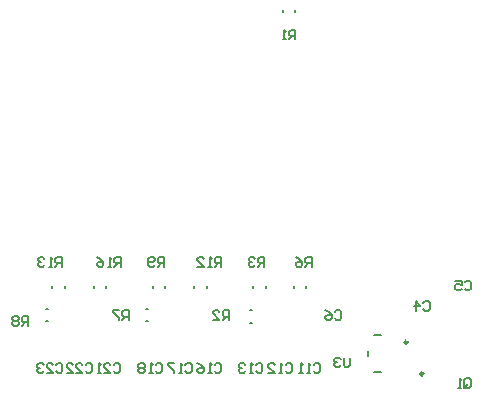
<source format=gbr>
%TF.GenerationSoftware,Altium Limited,Altium Designer,22.9.1 (49)*%
G04 Layer_Color=32896*
%FSLAX45Y45*%
%MOMM*%
%TF.SameCoordinates,1FC91EB1-9634-4345-979C-C496A52DE46E*%
%TF.FilePolarity,Positive*%
%TF.FileFunction,Legend,Bot*%
%TF.Part,Single*%
G01*
G75*
%TA.AperFunction,NonConductor*%
%ADD53C,0.25000*%
%ADD54C,0.20000*%
%ADD55C,0.15240*%
%ADD56C,0.15000*%
D53*
X4862500Y1152000D02*
G03*
X4862500Y1152000I-12500J0D01*
G01*
X4727500Y1420000D02*
G03*
X4727500Y1420000I-12500J0D01*
G01*
D54*
X4442500Y1482500D02*
X4507500Y1482500D01*
X4392500Y1302500D02*
X4392500Y1347500D01*
X4442500Y1167500D02*
X4507500Y1167500D01*
D55*
X2516385Y1596660D02*
X2533615Y1596660D01*
X2516385Y1703340D02*
X2533615Y1703340D01*
X2678340Y1878885D02*
X2678340Y1896115D01*
X2571660Y1878885D02*
X2571660Y1896115D01*
X3028340Y1878885D02*
X3028340Y1896115D01*
X2921660Y1878885D02*
X2921660Y1896115D01*
X3873340Y1878885D02*
X3873340Y1896115D01*
X3766660Y1878885D02*
X3766660Y1896115D01*
X3528340Y1878755D02*
X3528340Y1895985D01*
X3421660Y1878755D02*
X3421660Y1895985D01*
X3391385Y1584030D02*
X3408615Y1584030D01*
X3391385Y1690710D02*
X3408615Y1690710D01*
X3671660Y4213915D02*
X3671660Y4231145D01*
X3778340Y4213915D02*
X3778340Y4231145D01*
X2071660Y1878755D02*
X2071660Y1895985D01*
X2178340Y1878755D02*
X2178340Y1895985D01*
X1721660Y1878755D02*
X1721660Y1895985D01*
X1828340Y1878755D02*
X1828340Y1895985D01*
X1666385Y1703340D02*
X1683615Y1703340D01*
X1666385Y1596660D02*
X1683615Y1596660D01*
D56*
X3446652Y1226658D02*
X3459981Y1239987D01*
X3486639Y1239987D01*
X3499968Y1226658D01*
X3499968Y1173342D01*
X3486639Y1160013D01*
X3459981Y1160013D01*
X3446652Y1173342D01*
X3419994Y1160013D02*
X3393336Y1160013D01*
X3406665Y1160013D01*
X3406665Y1239987D01*
X3419994Y1226658D01*
X3353348Y1226658D02*
X3340019Y1239987D01*
X3313361Y1239987D01*
X3300032Y1226658D01*
X3300032Y1213329D01*
X3313361Y1200000D01*
X3326690Y1200000D01*
X3313361Y1200000D01*
X3300032Y1186671D01*
X3300032Y1173342D01*
X3313361Y1160013D01*
X3340019Y1160013D01*
X3353348Y1173342D01*
X3933323Y1226658D02*
X3946651Y1239987D01*
X3973310Y1239987D01*
X3986639Y1226658D01*
X3986639Y1173342D01*
X3973310Y1160013D01*
X3946651Y1160013D01*
X3933323Y1173342D01*
X3906665Y1160013D02*
X3880006Y1160013D01*
X3893335Y1160013D01*
X3893335Y1239987D01*
X3906665Y1226658D01*
X3840019Y1160013D02*
X3813361Y1160013D01*
X3826690Y1160013D01*
X3826690Y1239987D01*
X3840019Y1226658D01*
X4863329Y1751658D02*
X4876658Y1764987D01*
X4903316Y1764987D01*
X4916645Y1751658D01*
X4916645Y1698342D01*
X4903316Y1685013D01*
X4876658Y1685013D01*
X4863329Y1698342D01*
X4796684Y1685013D02*
X4796684Y1764987D01*
X4836671Y1725000D01*
X4783355Y1725000D01*
X5210000Y1048342D02*
X5210000Y1101658D01*
X5223329Y1114987D01*
X5249987Y1114987D01*
X5263316Y1101658D01*
X5263316Y1048342D01*
X5249987Y1035013D01*
X5223329Y1035013D01*
X5236658Y1061671D02*
X5210000Y1035013D01*
X5223329Y1035013D02*
X5210000Y1048342D01*
X5183342Y1035013D02*
X5156684Y1035013D01*
X5170013Y1035013D01*
X5170013Y1114987D01*
X5183342Y1101658D01*
X2846652Y1226658D02*
X2859981Y1239987D01*
X2886639Y1239987D01*
X2899968Y1226658D01*
X2899968Y1173342D01*
X2886639Y1160013D01*
X2859981Y1160013D01*
X2846652Y1173342D01*
X2819994Y1160013D02*
X2793336Y1160013D01*
X2806664Y1160013D01*
X2806664Y1239987D01*
X2819994Y1226658D01*
X2753348Y1239987D02*
X2700032Y1239987D01*
X2700032Y1226658D01*
X2753348Y1173342D01*
X2753348Y1160013D01*
X2003316Y1226658D02*
X2016645Y1239987D01*
X2043303Y1239987D01*
X2056632Y1226658D01*
X2056632Y1173342D01*
X2043303Y1160013D01*
X2016645Y1160013D01*
X2003316Y1173342D01*
X1923342Y1160013D02*
X1976658Y1160013D01*
X1923342Y1213329D01*
X1923342Y1226658D01*
X1936671Y1239987D01*
X1963329Y1239987D01*
X1976658Y1226658D01*
X1843368Y1160013D02*
X1896684Y1160013D01*
X1843368Y1213329D01*
X1843368Y1226658D01*
X1856697Y1239987D01*
X1883355Y1239987D01*
X1896684Y1226658D01*
X3778316Y3982543D02*
X3778316Y4062517D01*
X3738329Y4062517D01*
X3725000Y4049188D01*
X3725000Y4022530D01*
X3738329Y4009201D01*
X3778316Y4009201D01*
X3751658Y4009201D02*
X3725000Y3982543D01*
X3698342Y3982543D02*
X3671684Y3982543D01*
X3685013Y3982543D01*
X3685013Y4062517D01*
X3698342Y4049188D01*
X4113329Y1676658D02*
X4126658Y1689987D01*
X4153316Y1689987D01*
X4166645Y1676658D01*
X4166645Y1623342D01*
X4153316Y1610013D01*
X4126658Y1610013D01*
X4113329Y1623342D01*
X4033355Y1689987D02*
X4060013Y1676658D01*
X4086671Y1650000D01*
X4086671Y1623342D01*
X4073342Y1610013D01*
X4046684Y1610013D01*
X4033355Y1623342D01*
X4033355Y1636671D01*
X4046684Y1650000D01*
X4086671Y1650000D01*
X2299968Y2060013D02*
X2299968Y2139987D01*
X2259980Y2139987D01*
X2246652Y2126658D01*
X2246652Y2100000D01*
X2259980Y2086671D01*
X2299968Y2086671D01*
X2273310Y2086671D02*
X2246652Y2060013D01*
X2219994Y2060013D02*
X2193335Y2060013D01*
X2206664Y2060013D01*
X2206664Y2139987D01*
X2219994Y2126658D01*
X2100032Y2139987D02*
X2126690Y2126658D01*
X2153348Y2100000D01*
X2153348Y2073342D01*
X2140019Y2060013D01*
X2113361Y2060013D01*
X2100032Y2073342D01*
X2100032Y2086671D01*
X2113361Y2100000D01*
X2153348Y2100000D01*
X1799968Y2060013D02*
X1799968Y2139987D01*
X1759980Y2139987D01*
X1746652Y2126658D01*
X1746652Y2100000D01*
X1759980Y2086671D01*
X1799968Y2086671D01*
X1773310Y2086671D02*
X1746652Y2060013D01*
X1719994Y2060013D02*
X1693335Y2060013D01*
X1706664Y2060013D01*
X1706664Y2139987D01*
X1719994Y2126658D01*
X1653348Y2126658D02*
X1640019Y2139987D01*
X1613361Y2139987D01*
X1600032Y2126658D01*
X1600032Y2113329D01*
X1613361Y2100000D01*
X1626690Y2100000D01*
X1613361Y2100000D01*
X1600032Y2086671D01*
X1600032Y2073342D01*
X1613361Y2060013D01*
X1640019Y2060013D01*
X1653348Y2073342D01*
X3149968Y2060013D02*
X3149968Y2139987D01*
X3109981Y2139987D01*
X3096652Y2126658D01*
X3096652Y2100000D01*
X3109981Y2086671D01*
X3149968Y2086671D01*
X3123310Y2086671D02*
X3096652Y2060013D01*
X3069994Y2060013D02*
X3043336Y2060013D01*
X3056664Y2060013D01*
X3056664Y2139987D01*
X3069994Y2126658D01*
X2950032Y2060013D02*
X3003348Y2060013D01*
X2950032Y2113329D01*
X2950032Y2126658D01*
X2963361Y2139987D01*
X2990019Y2139987D01*
X3003348Y2126658D01*
X2666645Y2060013D02*
X2666645Y2139987D01*
X2626658Y2139987D01*
X2613329Y2126658D01*
X2613329Y2100000D01*
X2626658Y2086671D01*
X2666645Y2086671D01*
X2639987Y2086671D02*
X2613329Y2060013D01*
X2586671Y2073342D02*
X2573342Y2060013D01*
X2546684Y2060013D01*
X2533355Y2073342D01*
X2533355Y2126658D01*
X2546684Y2139987D01*
X2573342Y2139987D01*
X2586671Y2126658D01*
X2586671Y2113329D01*
X2573342Y2100000D01*
X2533355Y2100000D01*
X1516645Y1560013D02*
X1516645Y1639987D01*
X1476658Y1639987D01*
X1463329Y1626658D01*
X1463329Y1600000D01*
X1476658Y1586671D01*
X1516645Y1586671D01*
X1489987Y1586671D02*
X1463329Y1560013D01*
X1436671Y1626658D02*
X1423342Y1639987D01*
X1396684Y1639987D01*
X1383355Y1626658D01*
X1383355Y1613329D01*
X1396684Y1600000D01*
X1383355Y1586671D01*
X1383355Y1573342D01*
X1396684Y1560013D01*
X1423342Y1560013D01*
X1436671Y1573342D01*
X1436671Y1586671D01*
X1423342Y1600000D01*
X1436671Y1613329D01*
X1436671Y1626658D01*
X1423342Y1600000D02*
X1396684Y1600000D01*
X4241645Y1289987D02*
X4241645Y1223342D01*
X4228316Y1210013D01*
X4201658Y1210013D01*
X4188329Y1223342D01*
X4188329Y1289987D01*
X4161671Y1276658D02*
X4148342Y1289987D01*
X4121684Y1289987D01*
X4108355Y1276658D01*
X4108355Y1263329D01*
X4121684Y1250000D01*
X4135013Y1250000D01*
X4121684Y1250000D01*
X4108355Y1236671D01*
X4108355Y1223342D01*
X4121684Y1210013D01*
X4148342Y1210013D01*
X4161671Y1223342D01*
X2366645Y1610013D02*
X2366645Y1689987D01*
X2326658Y1689987D01*
X2313329Y1676658D01*
X2313329Y1650000D01*
X2326658Y1636671D01*
X2366645Y1636671D01*
X2339987Y1636671D02*
X2313329Y1610013D01*
X2286671Y1689987D02*
X2233355Y1689987D01*
X2233355Y1676658D01*
X2286671Y1623342D01*
X2286671Y1610013D01*
X3916645Y2060013D02*
X3916645Y2139987D01*
X3876658Y2139987D01*
X3863329Y2126658D01*
X3863329Y2100000D01*
X3876658Y2086671D01*
X3916645Y2086671D01*
X3889987Y2086671D02*
X3863329Y2060013D01*
X3783355Y2139987D02*
X3810013Y2126658D01*
X3836671Y2100000D01*
X3836671Y2073342D01*
X3823342Y2060013D01*
X3796684Y2060013D01*
X3783355Y2073342D01*
X3783355Y2086671D01*
X3796684Y2100000D01*
X3836671Y2100000D01*
X3516645Y2060013D02*
X3516645Y2139987D01*
X3476658Y2139987D01*
X3463329Y2126658D01*
X3463329Y2100000D01*
X3476658Y2086671D01*
X3516645Y2086671D01*
X3489987Y2086671D02*
X3463329Y2060013D01*
X3436671Y2126658D02*
X3423342Y2139987D01*
X3396684Y2139987D01*
X3383355Y2126658D01*
X3383355Y2113329D01*
X3396684Y2100000D01*
X3410013Y2100000D01*
X3396684Y2100000D01*
X3383355Y2086671D01*
X3383355Y2073342D01*
X3396684Y2060013D01*
X3423342Y2060013D01*
X3436671Y2073342D01*
X3216645Y1610013D02*
X3216645Y1689987D01*
X3176658Y1689987D01*
X3163329Y1676658D01*
X3163329Y1650000D01*
X3176658Y1636671D01*
X3216645Y1636671D01*
X3189987Y1636671D02*
X3163329Y1610013D01*
X3083355Y1610013D02*
X3136671Y1610013D01*
X3083355Y1663329D01*
X3083355Y1676658D01*
X3096684Y1689987D01*
X3123342Y1689987D01*
X3136671Y1676658D01*
X1753316Y1226658D02*
X1766645Y1239987D01*
X1793303Y1239987D01*
X1806632Y1226658D01*
X1806632Y1173342D01*
X1793303Y1160013D01*
X1766645Y1160013D01*
X1753316Y1173342D01*
X1673342Y1160013D02*
X1726658Y1160013D01*
X1673342Y1213329D01*
X1673342Y1226658D01*
X1686671Y1239987D01*
X1713329Y1239987D01*
X1726658Y1226658D01*
X1646684Y1226658D02*
X1633355Y1239987D01*
X1606697Y1239987D01*
X1593368Y1226658D01*
X1593368Y1213329D01*
X1606697Y1200000D01*
X1620026Y1200000D01*
X1606697Y1200000D01*
X1593368Y1186671D01*
X1593368Y1173342D01*
X1606697Y1160013D01*
X1633355Y1160013D01*
X1646684Y1173342D01*
X2239987Y1226658D02*
X2253316Y1239987D01*
X2279974Y1239987D01*
X2293303Y1226658D01*
X2293303Y1173342D01*
X2279974Y1160013D01*
X2253316Y1160013D01*
X2239987Y1173342D01*
X2160013Y1160013D02*
X2213329Y1160013D01*
X2160013Y1213329D01*
X2160013Y1226658D01*
X2173342Y1239987D01*
X2200000Y1239987D01*
X2213329Y1226658D01*
X2133355Y1160013D02*
X2106697Y1160013D01*
X2120025Y1160013D01*
X2120025Y1239987D01*
X2133355Y1226658D01*
X2596652Y1226658D02*
X2609981Y1239987D01*
X2636639Y1239987D01*
X2649968Y1226658D01*
X2649968Y1173342D01*
X2636639Y1160013D01*
X2609981Y1160013D01*
X2596652Y1173342D01*
X2569994Y1160013D02*
X2543336Y1160013D01*
X2556664Y1160013D01*
X2556664Y1239987D01*
X2569994Y1226658D01*
X2503348Y1226658D02*
X2490019Y1239987D01*
X2463361Y1239987D01*
X2450032Y1226658D01*
X2450032Y1213329D01*
X2463361Y1200000D01*
X2450032Y1186671D01*
X2450032Y1173342D01*
X2463361Y1160013D01*
X2490019Y1160013D01*
X2503348Y1173342D01*
X2503348Y1186671D01*
X2490019Y1200000D01*
X2503348Y1213329D01*
X2503348Y1226658D01*
X2490019Y1200000D02*
X2463361Y1200000D01*
X3096652Y1226658D02*
X3109981Y1239987D01*
X3136639Y1239987D01*
X3149968Y1226658D01*
X3149968Y1173342D01*
X3136639Y1160013D01*
X3109981Y1160013D01*
X3096652Y1173342D01*
X3069994Y1160013D02*
X3043336Y1160013D01*
X3056664Y1160013D01*
X3056664Y1239987D01*
X3069994Y1226658D01*
X2950032Y1239987D02*
X2976690Y1226658D01*
X3003348Y1200000D01*
X3003348Y1173342D01*
X2990019Y1160013D01*
X2963361Y1160013D01*
X2950032Y1173342D01*
X2950032Y1186671D01*
X2963361Y1200000D01*
X3003348Y1200000D01*
X3696652Y1226658D02*
X3709981Y1239987D01*
X3736639Y1239987D01*
X3749968Y1226658D01*
X3749968Y1173342D01*
X3736639Y1160013D01*
X3709981Y1160013D01*
X3696652Y1173342D01*
X3669994Y1160013D02*
X3643336Y1160013D01*
X3656665Y1160013D01*
X3656665Y1239987D01*
X3669994Y1226658D01*
X3550032Y1160013D02*
X3603348Y1160013D01*
X3550032Y1213329D01*
X3550032Y1226658D01*
X3563361Y1239987D01*
X3590019Y1239987D01*
X3603348Y1226658D01*
X5213329Y1926658D02*
X5226658Y1939987D01*
X5253316Y1939987D01*
X5266645Y1926658D01*
X5266645Y1873342D01*
X5253316Y1860013D01*
X5226658Y1860013D01*
X5213329Y1873342D01*
X5133355Y1939987D02*
X5186671Y1939987D01*
X5186671Y1900000D01*
X5160013Y1913329D01*
X5146684Y1913329D01*
X5133355Y1900000D01*
X5133355Y1873342D01*
X5146684Y1860013D01*
X5173342Y1860013D01*
X5186671Y1873342D01*
%TF.MD5,ce8b3b4d60e373adb6a42f511f874a7a*%
M02*

</source>
